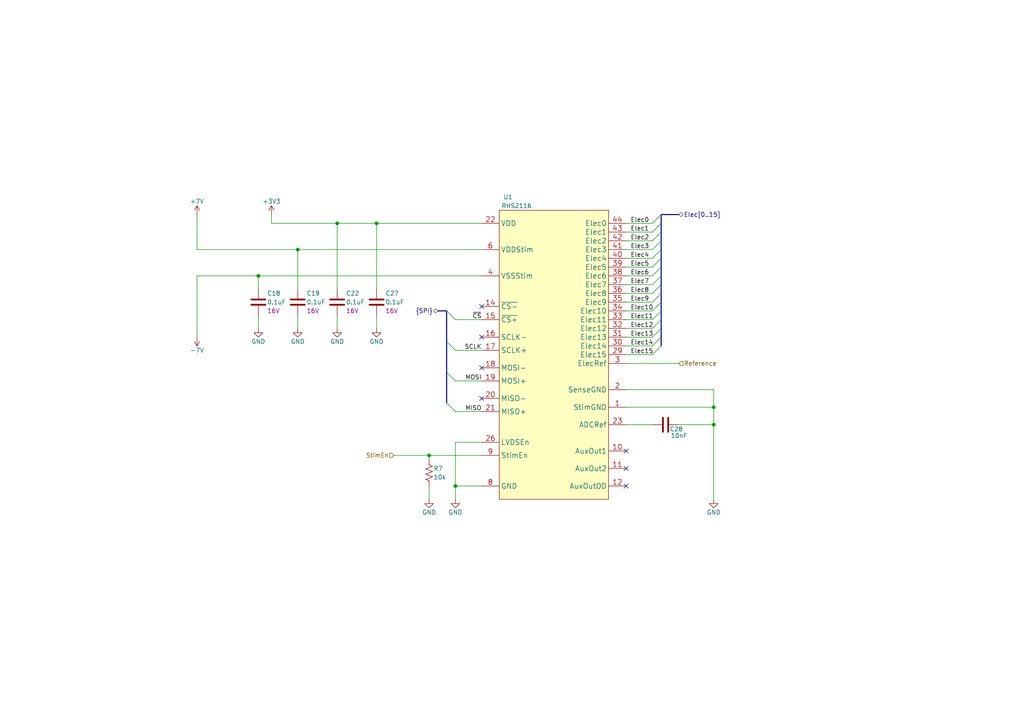
<source format=kicad_sch>
(kicad_sch (version 20231120) (generator "eeschema") (generator_version "8.0")
  (paper "A4")
  (title_block (title "Headstage-16Stim") (rev "B") (company "Open Ephys, Inc") (comment 1 "Jonathan P. Newman"))
  (lib_symbols
    (symbol "Device:C" (pin_numbers hide) (pin_names (offset 0.254))
      (property "Reference" "C" (at 0.635 2.54 0))
      (property "Value" "C" (at 0.635 -2.54 0))
      (symbol "C_0_1"
        (polyline (pts (xy -2.032 -0.762) (xy 2.032 -0.762)) (stroke (width 0.508)))
        (polyline (pts (xy -2.032 0.762) (xy 2.032 0.762)) (stroke (width 0.508)))
      )
      (symbol "C_1_1"
        (pin passive line (at 0 3.81 270) (length 2.794) (name "~") (number "1"))
        (pin passive line (at 0 -3.81 90) (length 2.794) (name "~") (number "2"))
      )
    )
    (symbol "Device:R_US" (pin_numbers hide) (pin_names (offset 0))
      (property "Reference" "R" (at 2.54 0 90))
      (property "Value" "R_US" (at -2.54 0 90))
      (symbol "R_US_0_1"
        (polyline (pts (xy 0 -2.286) (xy 0 -2.54)))
        (polyline (pts (xy 0 2.286) (xy 0 2.54)))
        (polyline (pts (xy 0 -0.762) (xy 1.016 -1.143) (xy 0 -1.524) (xy -1.016 -1.905) (xy 0 -2.286)))
        (polyline (pts (xy 0 0.762) (xy 1.016 0.381) (xy 0 0) (xy -1.016 -0.381) (xy 0 -0.762)))
        (polyline (pts (xy 0 2.286) (xy 1.016 1.905) (xy 0 1.524) (xy -1.016 1.143) (xy 0 0.762)))
      )
      (symbol "R_US_1_1"
        (pin passive line (at 0 3.81 270) (length 1.27) (name "~") (number "1"))
        (pin passive line (at 0 -3.81 90) (length 1.27) (name "~") (number "2"))
      )
    )
    (symbol "jonnew:+7V" (power) (pin_names (offset 0))
      (property "Value" "+7V" (at 0 3.556 0))
      (symbol "+7V_0_1"
        (polyline (pts (xy -0.762 1.27) (xy 0 2.54)))
        (polyline (pts (xy 0 0) (xy 0 2.54)))
        (polyline (pts (xy 0 2.54) (xy 0.762 1.27)))
      )
      (symbol "+7V_1_1"
        (pin power_in line (at 0 0 90) (length 0) hide (name "+7V") (number "1"))
      )
    )
    (symbol "jonnew:-7V" (power) (pin_names (offset 0))
      (property "Value" "-7V" (at 0 3.556 0))
      (symbol "-7V_0_1"
        (polyline (pts (xy -0.762 1.27) (xy 0 2.54)))
        (polyline (pts (xy 0 0) (xy 0 2.54)))
        (polyline (pts (xy 0 2.54) (xy 0.762 1.27)))
      )
      (symbol "-7V_1_1"
        (pin power_in line (at 0 0 90) (length 0) hide (name "-7V") (number "1"))
      )
    )
    (symbol "jonnew:RHS2116"
      (property "Reference" "U" (at -15.24 24.765 0))
      (property "Value" "RHS2116" (at -15.24 22.86 0))
      (symbol "RHS2116_0_1"
        (rectangle (start -15.24 21.59) (end 16.51 -62.23) (stroke (width 0.1524)) (fill (type background)))
      )
      (symbol "RHS2116_1_1"
        (pin power_in line (at 21.59 -35.56 180) (length 5.08) (name "StimGND") (number "1"))
        (pin bidirectional line (at 21.59 -48.26 180) (length 5.08) (name "AuxOut1") (number "10"))
        (pin bidirectional line (at 21.59 -53.34 180) (length 5.08) (name "AuxOut2") (number "11"))
        (pin open_collector line (at 21.59 -58.42 180) (length 5.08) (name "AuxOutOD") (number "12"))
        (pin power_in line (at -20.32 -58.42 0) (length 5.08) hide (name "GND") (number "13"))
        (pin input line (at -20.32 -6.35 0) (length 5.08) (name "~{CS-}") (number "14"))
        (pin input line (at -20.32 -10.16 0) (length 5.08) (name "~{CS+}") (number "15"))
        (pin input line (at -20.32 -15.24 0) (length 5.08) (name "SCLK-") (number "16"))
        (pin input line (at -20.32 -19.05 0) (length 5.08) (name "SCLK+") (number "17"))
        (pin input line (at -20.32 -24.13 0) (length 5.08) (name "MOSI-") (number "18"))
        (pin input line (at -20.32 -27.94 0) (length 5.08) (name "MOSI+") (number "19"))
        (pin power_in line (at 21.59 -30.48 180) (length 5.08) (name "SenseGND") (number "2"))
        (pin output line (at -20.32 -33.02 0) (length 5.08) (name "MISO-") (number "20"))
        (pin output line (at -20.32 -36.83 0) (length 5.08) (name "MISO+") (number "21"))
        (pin power_in line (at -20.32 17.78 0) (length 5.08) (name "VDD") (number "22"))
        (pin input line (at 21.59 -40.64 180) (length 5.08) (name "ADCRef") (number "23"))
        (pin power_in line (at -20.32 -58.42 0) (length 5.08) hide (name "GND") (number "24"))
        (pin power_in line (at -20.32 -58.42 0) (length 5.08) hide (name "GND") (number "25"))
        (pin input line (at -20.32 -45.72 0) (length 5.08) (name "LVDSEn") (number "26"))
        (pin passive line (at -20.32 17.78 0) (length 5.08) hide (name "VDD") (number "27"))
        (pin passive line (at -20.32 17.78 0) (length 5.08) hide (name "VDD") (number "28"))
        (pin bidirectional line (at 21.59 -20.32 180) (length 5.08) (name "Elec15") (number "29"))
        (pin input line (at 21.59 -22.86 180) (length 5.08) (name "ElecRef") (number "3"))
        (pin bidirectional line (at 21.59 -17.78 180) (length 5.08) (name "Elec14") (number "30"))
        (pin bidirectional line (at 21.59 -15.24 180) (length 5.08) (name "Elec13") (number "31"))
        (pin bidirectional line (at 21.59 -12.7 180) (length 5.08) (name "Elec12") (number "32"))
        (pin bidirectional line (at 21.59 -10.16 180) (length 5.08) (name "Elec11") (number "33"))
        (pin bidirectional line (at 21.59 -7.62 180) (length 5.08) (name "Elec10") (number "34"))
        (pin bidirectional line (at 21.59 -5.08 180) (length 5.08) (name "Elec9") (number "35"))
        (pin bidirectional line (at 21.59 -2.54 180) (length 5.08) (name "Elec8") (number "36"))
        (pin bidirectional line (at 21.59 0 180) (length 5.08) (name "Elec7") (number "37"))
        (pin bidirectional line (at 21.59 2.54 180) (length 5.08) (name "Elec6") (number "38"))
        (pin bidirectional line (at 21.59 5.08 180) (length 5.08) (name "Elec5") (number "39"))
        (pin power_in line (at -20.32 2.54 0) (length 5.08) (name "VSSStim") (number "4"))
        (pin bidirectional line (at 21.59 7.62 180) (length 5.08) (name "Elec4") (number "40"))
        (pin bidirectional line (at 21.59 10.16 180) (length 5.08) (name "Elec3") (number "41"))
        (pin bidirectional line (at 21.59 12.7 180) (length 5.08) (name "Elec2") (number "42"))
        (pin bidirectional line (at 21.59 15.24 180) (length 5.08) (name "Elec1") (number "43"))
        (pin bidirectional line (at 21.59 17.78 180) (length 5.08) (name "Elec0") (number "44"))
        (pin passive line (at -20.32 2.54 0) (length 5.08) hide (name "VSSStim") (number "45"))
        (pin passive line (at -20.32 2.54 0) (length 5.08) hide (name "VSSStim") (number "5"))
        (pin power_in line (at -20.32 10.16 0) (length 5.08) (name "VDDStim") (number "6"))
        (pin passive line (at -20.32 10.16 0) (length 5.08) hide (name "VDDStim") (number "7"))
        (pin power_in line (at -20.32 -58.42 0) (length 5.08) (name "GND") (number "8"))
        (pin input line (at -20.32 -49.53 0) (length 5.08) (name "StimEn") (number "9"))
      )
    )
    (symbol "power:+3.3V" (power) (pin_names (offset 0))
      (property "Value" "+3.3V" (at 0 3.556 0))
      (symbol "+3.3V_0_1"
        (polyline (pts (xy -0.762 1.27) (xy 0 2.54)))
        (polyline (pts (xy 0 0) (xy 0 2.54)))
        (polyline (pts (xy 0 2.54) (xy 0.762 1.27)))
      )
      (symbol "+3.3V_1_1"
        (pin power_in line (at 0 0 90) (length 0) hide (name "+3V3") (number "1"))
      )
    )
    (symbol "power:GND" (power) (pin_names (offset 0))
      (property "Value" "GND" (at 0 -3.81 0))
      (symbol "GND_0_1"
        (polyline (pts (xy 0 0) (xy 0 -1.27) (xy 1.27 -1.27) (xy 0 -2.54) (xy -1.27 -1.27) (xy 0 -1.27)))
      )
      (symbol "GND_1_1"
        (pin power_in line (at 0 0 270) (length 0) hide (name "GND") (number "1"))
      )
    )
  )
  (junction (at 207.01 118.11))
  (junction (at 74.93 80.01))
  (junction (at 97.79 64.77))
  (junction (at 132.08 140.97))
  (junction (at 124.46 132.08))
  (junction (at 86.36 72.39))
  (junction (at 207.01 123.19))
  (junction (at 109.22 64.77))
  (no_connect (at 139.7 88.9))
  (no_connect (at 139.7 97.79))
  (no_connect (at 181.61 130.81))
  (no_connect (at 139.7 115.57))
  (no_connect (at 181.61 135.89))
  (no_connect (at 181.61 140.97))
  (no_connect (at 139.7 106.68))
  (bus_entry (at 189.23 102.87) (size 2.54 -2.54))
  (bus_entry (at 189.23 95.25) (size 2.54 -2.54))
  (bus_entry (at 189.23 85.09) (size 2.54 -2.54))
  (bus_entry (at 189.23 77.47) (size 2.54 -2.54))
  (bus_entry (at 129.54 99.06) (size 2.54 2.54))
  (bus_entry (at 189.23 100.33) (size 2.54 -2.54))
  (bus_entry (at 189.23 67.31) (size 2.54 -2.54))
  (bus_entry (at 189.23 82.55) (size 2.54 -2.54))
  (bus_entry (at 189.23 92.71) (size 2.54 -2.54))
  (bus_entry (at 189.23 64.77) (size 2.54 -2.54))
  (bus_entry (at 189.23 87.63) (size 2.54 -2.54))
  (bus_entry (at 189.23 72.39) (size 2.54 -2.54))
  (bus_entry (at 129.54 116.84) (size 2.54 2.54))
  (bus_entry (at 189.23 80.01) (size 2.54 -2.54))
  (bus_entry (at 189.23 74.93) (size 2.54 -2.54))
  (bus_entry (at 129.54 90.17) (size 2.54 2.54))
  (bus_entry (at 129.54 107.95) (size 2.54 2.54))
  (bus_entry (at 189.23 90.17) (size 2.54 -2.54))
  (bus_entry (at 189.23 69.85) (size 2.54 -2.54))
  (bus_entry (at 189.23 97.79) (size 2.54 -2.54))
  (wire (pts (xy 132.08 110.49) (xy 139.7 110.49)))
  (wire (pts (xy 124.46 133.35) (xy 124.46 132.08)))
  (bus (pts (xy 191.77 95.25) (xy 191.77 92.71)))
  (wire (pts (xy 86.36 91.44) (xy 86.36 95.25)))
  (wire (pts (xy 181.61 72.39) (xy 189.23 72.39)))
  (wire (pts (xy 109.22 64.77) (xy 97.79 64.77)))
  (wire (pts (xy 57.15 72.39) (xy 86.36 72.39)))
  (wire (pts (xy 196.85 123.19) (xy 207.01 123.19)))
  (wire (pts (xy 181.61 87.63) (xy 189.23 87.63)))
  (wire (pts (xy 181.61 105.41) (xy 196.85 105.41)))
  (wire (pts (xy 132.08 140.97) (xy 139.7 140.97)))
  (wire (pts (xy 132.08 101.6) (xy 139.7 101.6)))
  (wire (pts (xy 97.79 64.77) (xy 97.79 83.82)))
  (wire (pts (xy 207.01 113.03) (xy 207.01 118.11)))
  (wire (pts (xy 109.22 91.44) (xy 109.22 95.25)))
  (wire (pts (xy 109.22 64.77) (xy 109.22 83.82)))
  (bus (pts (xy 129.54 107.95) (xy 129.54 116.84)))
  (wire (pts (xy 78.74 62.23) (xy 78.74 64.77)))
  (wire (pts (xy 109.22 64.77) (xy 139.7 64.77)))
  (bus (pts (xy 191.77 87.63) (xy 191.77 85.09)))
  (bus (pts (xy 191.77 62.23) (xy 196.85 62.23)))
  (bus (pts (xy 191.77 67.31) (xy 191.77 64.77)))
  (wire (pts (xy 181.61 102.87) (xy 189.23 102.87)))
  (wire (pts (xy 86.36 72.39) (xy 86.36 83.82)))
  (wire (pts (xy 181.61 80.01) (xy 189.23 80.01)))
  (wire (pts (xy 57.15 80.01) (xy 74.93 80.01)))
  (bus (pts (xy 191.77 85.09) (xy 191.77 82.55)))
  (wire (pts (xy 181.61 95.25) (xy 189.23 95.25)))
  (wire (pts (xy 74.93 91.44) (xy 74.93 95.25)))
  (wire (pts (xy 181.61 100.33) (xy 189.23 100.33)))
  (wire (pts (xy 97.79 91.44) (xy 97.79 95.25)))
  (wire (pts (xy 181.61 77.47) (xy 189.23 77.47)))
  (wire (pts (xy 181.61 123.19) (xy 189.23 123.19)))
  (wire (pts (xy 86.36 72.39) (xy 139.7 72.39)))
  (bus (pts (xy 191.77 100.33) (xy 191.77 97.79)))
  (wire (pts (xy 181.61 92.71) (xy 189.23 92.71)))
  (wire (pts (xy 181.61 67.31) (xy 189.23 67.31)))
  (wire (pts (xy 181.61 85.09) (xy 189.23 85.09)))
  (wire (pts (xy 181.61 90.17) (xy 189.23 90.17)))
  (bus (pts (xy 191.77 92.71) (xy 191.77 90.17)))
  (bus (pts (xy 191.77 97.79) (xy 191.77 95.25)))
  (bus (pts (xy 191.77 72.39) (xy 191.77 69.85)))
  (bus (pts (xy 191.77 77.47) (xy 191.77 74.93)))
  (wire (pts (xy 181.61 118.11) (xy 207.01 118.11)))
  (wire (pts (xy 114.3 132.08) (xy 124.46 132.08)))
  (bus (pts (xy 129.54 90.17) (xy 129.54 99.06)))
  (wire (pts (xy 207.01 118.11) (xy 207.01 123.19)))
  (wire (pts (xy 132.08 140.97) (xy 132.08 144.78)))
  (wire (pts (xy 124.46 132.08) (xy 139.7 132.08)))
  (wire (pts (xy 132.08 119.38) (xy 139.7 119.38)))
  (bus (pts (xy 191.77 74.93) (xy 191.77 72.39)))
  (bus (pts (xy 191.77 80.01) (xy 191.77 77.47)))
  (wire (pts (xy 181.61 69.85) (xy 189.23 69.85)))
  (wire (pts (xy 57.15 62.23) (xy 57.15 72.39)))
  (wire (pts (xy 57.15 97.79) (xy 57.15 80.01)))
  (wire (pts (xy 181.61 97.79) (xy 189.23 97.79)))
  (wire (pts (xy 78.74 64.77) (xy 97.79 64.77)))
  (wire (pts (xy 181.61 82.55) (xy 189.23 82.55)))
  (wire (pts (xy 132.08 92.71) (xy 139.7 92.71)))
  (wire (pts (xy 207.01 123.19) (xy 207.01 144.78)))
  (bus (pts (xy 127 90.17) (xy 129.54 90.17)))
  (wire (pts (xy 74.93 80.01) (xy 139.7 80.01)))
  (wire (pts (xy 181.61 74.93) (xy 189.23 74.93)))
  (wire (pts (xy 74.93 80.01) (xy 74.93 83.82)))
  (wire (pts (xy 132.08 128.27) (xy 139.7 128.27)))
  (wire (pts (xy 181.61 64.77) (xy 189.23 64.77)))
  (wire (pts (xy 124.46 140.97) (xy 124.46 144.78)))
  (bus (pts (xy 191.77 90.17) (xy 191.77 87.63)))
  (bus (pts (xy 191.77 69.85) (xy 191.77 67.31)))
  (bus (pts (xy 191.77 64.77) (xy 191.77 62.23)))
  (bus (pts (xy 129.54 99.06) (xy 129.54 107.95)))
  (bus (pts (xy 191.77 82.55) (xy 191.77 80.01)))
  (wire (pts (xy 132.08 140.97) (xy 132.08 128.27)))
  (wire (pts (xy 181.61 113.03) (xy 207.01 113.03)))
  (label "~{CS}" (at 139.7 92.71 180))
  (label "Elec3" (at 182.88 72.39 0))
  (label "SCLK" (at 139.7 101.6 180))
  (label "Elec4" (at 182.88 74.93 0))
  (label "Elec15" (at 182.88 102.87 0))
  (label "Elec6" (at 182.88 80.01 0))
  (label "Elec12" (at 182.88 95.25 0))
  (label "Elec7" (at 182.88 82.55 0))
  (label "Elec8" (at 182.88 85.09 0))
  (label "Elec5" (at 182.88 77.47 0))
  (label "Elec11" (at 182.88 92.71 0))
  (label "Elec13" (at 182.88 97.79 0))
  (label "Elec14" (at 182.88 100.33 0))
  (label "Elec9" (at 182.88 87.63 0))
  (label "Elec0" (at 182.88 64.77 0))
  (label "Elec2" (at 182.88 69.85 0))
  (label "MISO" (at 139.7 119.38 180))
  (label "MOSI" (at 139.7 110.49 180))
  (label "Elec1" (at 182.88 67.31 0))
  (label "Elec10" (at 182.88 90.17 0))
  (hierarchical_label "Reference" (shape input) (at 196.85 105.41 0))
  (hierarchical_label "StimEn" (shape input) (at 114.3 132.08 180))
  (hierarchical_label "Elec[0..15]" (shape bidirectional) (at 196.85 62.23 0))
  (hierarchical_label "{SPI}" (shape bidirectional) (at 127 90.17 180))
  (symbol (lib_id "Device:R_US") (at 124.46 137.16 0) (unit 1)
    (property "Reference" "R7" (at 125.73 135.89 0) (effects (justify left)))
    (property "Value" "10k" (at 125.73 138.43 0) (effects (justify left)))
    (property "Footprint" "Resistor_SMD:R_0201_0603Metric" (effects (hide yes)))
  )
  (symbol (lib_id "power:GND") (at 132.08 144.78 0) (unit 1)
    (property "Reference" "#PWR013" (effects (hide yes)))
    (property "Value" "GND" (at 132.08 148.59 0))
  )
  (symbol (lib_id "Device:C") (at 97.79 87.63 0) (unit 1)
    (property "Reference" "C22" (at 100.33 85.09 0) (effects (justify left)))
    (property "Value" "0.1uF" (at 100.33 87.63 0) (effects (justify left)))
    (property "Footprint" "Capacitor_SMD:C_0201_0603Metric" (effects (hide yes)))
    (property "Voltage" "16V" (at 100.33 90.17 0) (effects (justify left)))
    (property "TempCo" "X7R" (effects (hide yes)))
  )
  (symbol (lib_id "power:GND") (at 207.01 144.78 0) (unit 1)
    (property "Reference" "#PWR014" (effects (hide yes)))
    (property "Value" "GND" (at 207.01 148.59 0))
  )
  (symbol (lib_id "jonnew:-7V") (at 57.15 97.79 180) (unit 1)
    (property "Reference" "#PWR011" (effects (hide yes)))
    (property "Value" "-7V" (at 57.15 101.6 0))
  )
  (symbol (lib_id "jonnew:RHS2116") (at 160.02 82.55 0) (unit 1)
    (property "Reference" "U1" (at 147.32 57.15 0))
    (property "Value" "RHS2116" (at 149.86 59.69 0))
    (property "Footprint" "jonnew:INTAN_QFN44-7.0x7.0x0.8_P0.5" (effects (hide yes)))
  )
  (symbol (lib_id "power:+3.3V") (at 78.74 62.23 0) (unit 1)
    (property "Reference" "#PWR06" (effects (hide yes)))
    (property "Value" "+3V3" (at 78.74 58.42 0))
  )
  (symbol (lib_id "power:GND") (at 86.36 95.25 0) (unit 1)
    (property "Reference" "#PWR08" (effects (hide yes)))
    (property "Value" "GND" (at 86.36 99.06 0))
  )
  (symbol (lib_id "power:GND") (at 124.46 144.78 0) (unit 1)
    (property "Reference" "#PWR012" (effects (hide yes)))
    (property "Value" "GND" (at 124.46 148.59 0))
  )
  (symbol (lib_id "power:GND") (at 74.93 95.25 0) (unit 1)
    (property "Reference" "#PWR07" (effects (hide yes)))
    (property "Value" "GND" (at 74.93 99.06 0))
  )
  (symbol (lib_id "Device:C") (at 109.22 87.63 0) (unit 1)
    (property "Reference" "C27" (at 111.76 85.09 0) (effects (justify left)))
    (property "Value" "0.1uF" (at 111.76 87.63 0) (effects (justify left)))
    (property "Footprint" "Capacitor_SMD:C_0201_0603Metric" (effects (hide yes)))
    (property "Voltage" "16V" (at 111.76 90.17 0) (effects (justify left)))
    (property "TempCo" "X7R" (effects (hide yes)))
  )
  (symbol (lib_id "power:GND") (at 109.22 95.25 0) (unit 1)
    (property "Reference" "#PWR010" (effects (hide yes)))
    (property "Value" "GND" (at 109.22 99.06 0))
  )
  (symbol (lib_id "Device:C") (at 193.04 123.19 90) (unit 1)
    (property "Reference" "C28" (at 198.12 124.46 90) (effects (justify left)))
    (property "Value" "10nF" (at 199.39 126.365 90) (effects (justify left)))
    (property "Footprint" "Capacitor_SMD:C_0201_0603Metric" (effects (hide yes)))
    (property "TempCo" "X7R" (effects (hide yes)))
    (property "Voltage" "35V" (effects (hide yes)))
  )
  (symbol (lib_id "Device:C") (at 74.93 87.63 0) (unit 1)
    (property "Reference" "C18" (at 77.47 85.09 0) (effects (justify left)))
    (property "Value" "0.1uF" (at 77.47 87.63 0) (effects (justify left)))
    (property "Footprint" "Capacitor_SMD:C_0201_0603Metric" (effects (hide yes)))
    (property "Voltage" "16V" (at 77.47 90.17 0) (effects (justify left)))
    (property "TempCo" "X7R" (effects (hide yes)))
  )
  (symbol (lib_id "power:GND") (at 97.79 95.25 0) (unit 1)
    (property "Reference" "#PWR09" (effects (hide yes)))
    (property "Value" "GND" (at 97.79 99.06 0))
  )
  (symbol (lib_id "jonnew:+7V") (at 57.15 62.23 0) (unit 1)
    (property "Reference" "#PWR05" (effects (hide yes)))
    (property "Value" "+7V" (at 57.15 58.42 0))
  )
  (symbol (lib_id "Device:C") (at 86.36 87.63 0) (unit 1)
    (property "Reference" "C19" (at 88.9 85.09 0) (effects (justify left)))
    (property "Value" "0.1uF" (at 88.9 87.63 0) (effects (justify left)))
    (property "Footprint" "Capacitor_SMD:C_0201_0603Metric" (effects (hide yes)))
    (property "Voltage" "16V" (at 88.9 90.17 0) (effects (justify left)))
    (property "TempCo" "X7R" (effects (hide yes)))
  )
)
</source>
